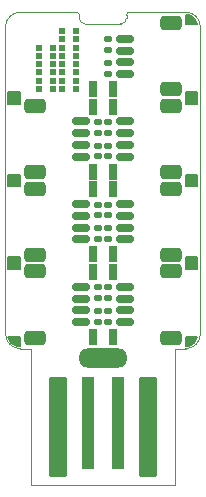
<source format=gbr>
G04 #@! TF.GenerationSoftware,KiCad,Pcbnew,(5.99.0-7706-gdc1c80beb8)*
G04 #@! TF.CreationDate,2020-12-31T15:10:13+03:00*
G04 #@! TF.ProjectId,StickHub,53746963-6b48-4756-922e-6b696361645f,rev?*
G04 #@! TF.SameCoordinates,Original*
G04 #@! TF.FileFunction,Soldermask,Top*
G04 #@! TF.FilePolarity,Negative*
%FSLAX46Y46*%
G04 Gerber Fmt 4.6, Leading zero omitted, Abs format (unit mm)*
G04 Created by KiCad (PCBNEW (5.99.0-7706-gdc1c80beb8)) date 2020-12-31 15:10:13*
%MOMM*%
%LPD*%
G01*
G04 APERTURE LIST*
G04 Aperture macros list*
%AMRoundRect*
0 Rectangle with rounded corners*
0 $1 Rounding radius*
0 $2 $3 $4 $5 $6 $7 $8 $9 X,Y pos of 4 corners*
0 Add a 4 corners polygon primitive as box body*
4,1,4,$2,$3,$4,$5,$6,$7,$8,$9,$2,$3,0*
0 Add four circle primitives for the rounded corners*
1,1,$1+$1,$2,$3,0*
1,1,$1+$1,$4,$5,0*
1,1,$1+$1,$6,$7,0*
1,1,$1+$1,$8,$9,0*
0 Add four rect primitives between the rounded corners*
20,1,$1+$1,$2,$3,$4,$5,0*
20,1,$1+$1,$4,$5,$6,$7,0*
20,1,$1+$1,$6,$7,$8,$9,0*
20,1,$1+$1,$8,$9,$2,$3,0*%
G04 Aperture macros list end*
%ADD10C,0.200000*%
G04 #@! TA.AperFunction,Profile*
%ADD11C,0.100000*%
G04 #@! TD*
%ADD12RoundRect,0.057500X-0.272500X0.172500X-0.272500X-0.172500X0.272500X-0.172500X0.272500X0.172500X0*%
%ADD13RoundRect,0.150000X-0.625000X0.150000X-0.625000X-0.150000X0.625000X-0.150000X0.625000X0.150000X0*%
%ADD14RoundRect,0.250000X-0.650000X0.350000X-0.650000X-0.350000X0.650000X-0.350000X0.650000X0.350000X0*%
%ADD15RoundRect,0.057500X0.272500X-0.172500X0.272500X0.172500X-0.272500X0.172500X-0.272500X-0.172500X0*%
%ADD16RoundRect,0.075000X0.300000X0.575000X-0.300000X0.575000X-0.300000X-0.575000X0.300000X-0.575000X0*%
%ADD17RoundRect,0.070500X-0.214500X-0.164500X0.214500X-0.164500X0.214500X0.164500X-0.214500X0.164500X0*%
%ADD18RoundRect,0.075000X-0.300000X-0.575000X0.300000X-0.575000X0.300000X0.575000X-0.300000X0.575000X0*%
%ADD19RoundRect,0.150000X0.625000X-0.150000X0.625000X0.150000X-0.625000X0.150000X-0.625000X-0.150000X0*%
%ADD20RoundRect,0.250000X0.650000X-0.350000X0.650000X0.350000X-0.650000X0.350000X-0.650000X-0.350000X0*%
%ADD21RoundRect,0.100500X0.649500X-4.149500X0.649500X4.149500X-0.649500X4.149500X-0.649500X-4.149500X0*%
%ADD22RoundRect,0.100100X0.449900X-3.774900X0.449900X3.774900X-0.449900X3.774900X-0.449900X-3.774900X0*%
%ADD23O,4.150000X1.650000*%
G04 APERTURE END LIST*
D10*
X158000000Y-94750000D02*
X157000000Y-94750000D01*
X157000000Y-94750000D02*
X157000000Y-93750000D01*
X157000000Y-93750000D02*
X158000000Y-93750000D01*
X158000000Y-93750000D02*
X158000000Y-94750000D01*
G36*
X158000000Y-94750000D02*
G01*
X157000000Y-94750000D01*
X157000000Y-93750000D01*
X158000000Y-93750000D01*
X158000000Y-94750000D01*
G37*
X158000000Y-94750000D02*
X157000000Y-94750000D01*
X157000000Y-93750000D01*
X158000000Y-93750000D01*
X158000000Y-94750000D01*
X143000000Y-94750000D02*
X142000000Y-94750000D01*
X142000000Y-94750000D02*
X142000000Y-93750000D01*
X142000000Y-93750000D02*
X143000000Y-93750000D01*
X143000000Y-93750000D02*
X143000000Y-94750000D01*
G36*
X143000000Y-94750000D02*
G01*
X142000000Y-94750000D01*
X142000000Y-93750000D01*
X143000000Y-93750000D01*
X143000000Y-94750000D01*
G37*
X143000000Y-94750000D02*
X142000000Y-94750000D01*
X142000000Y-93750000D01*
X143000000Y-93750000D01*
X143000000Y-94750000D01*
X143000000Y-87750000D02*
X142000000Y-87750000D01*
X142000000Y-87750000D02*
X142000000Y-86750000D01*
X142000000Y-86750000D02*
X143000000Y-86750000D01*
X143000000Y-86750000D02*
X143000000Y-87750000D01*
G36*
X143000000Y-87750000D02*
G01*
X142000000Y-87750000D01*
X142000000Y-86750000D01*
X143000000Y-86750000D01*
X143000000Y-87750000D01*
G37*
X143000000Y-87750000D02*
X142000000Y-87750000D01*
X142000000Y-86750000D01*
X143000000Y-86750000D01*
X143000000Y-87750000D01*
X158000000Y-101750000D02*
X157000000Y-101750000D01*
X157000000Y-101750000D02*
X157000000Y-100750000D01*
X157000000Y-100750000D02*
X158000000Y-100750000D01*
X158000000Y-100750000D02*
X158000000Y-101750000D01*
G36*
X158000000Y-101750000D02*
G01*
X157000000Y-101750000D01*
X157000000Y-100750000D01*
X158000000Y-100750000D01*
X158000000Y-101750000D01*
G37*
X158000000Y-101750000D02*
X157000000Y-101750000D01*
X157000000Y-100750000D01*
X158000000Y-100750000D01*
X158000000Y-101750000D01*
X157750000Y-108000000D02*
X157250000Y-108250000D01*
X157250000Y-108250000D02*
X157000000Y-108250000D01*
X157000000Y-108250000D02*
X157000000Y-107500000D01*
X157000000Y-107500000D02*
X158000000Y-107500000D01*
X158000000Y-107500000D02*
X157750000Y-108000000D01*
G36*
X157750000Y-108000000D02*
G01*
X157250000Y-108250000D01*
X157000000Y-108250000D01*
X157000000Y-107500000D01*
X158000000Y-107500000D01*
X157750000Y-108000000D01*
G37*
X157750000Y-108000000D02*
X157250000Y-108250000D01*
X157000000Y-108250000D01*
X157000000Y-107500000D01*
X158000000Y-107500000D01*
X157750000Y-108000000D01*
X143000000Y-108250000D02*
X142750000Y-108250000D01*
X142750000Y-108250000D02*
X142250000Y-108000000D01*
X142250000Y-108000000D02*
X142000000Y-107500000D01*
X142000000Y-107500000D02*
X143000000Y-107500000D01*
X143000000Y-107500000D02*
X143000000Y-108250000D01*
G36*
X143000000Y-108250000D02*
G01*
X142750000Y-108250000D01*
X142250000Y-108000000D01*
X142000000Y-107500000D01*
X143000000Y-107500000D01*
X143000000Y-108250000D01*
G37*
X143000000Y-108250000D02*
X142750000Y-108250000D01*
X142250000Y-108000000D01*
X142000000Y-107500000D01*
X143000000Y-107500000D01*
X143000000Y-108250000D01*
X158000000Y-81000000D02*
X157000000Y-81000000D01*
X157000000Y-81000000D02*
X157000000Y-80250000D01*
X157000000Y-80250000D02*
X157250000Y-80250000D01*
X157250000Y-80250000D02*
X157750000Y-80500000D01*
X157750000Y-80500000D02*
X158000000Y-81000000D01*
G36*
X157750000Y-80500000D02*
G01*
X158000000Y-81000000D01*
X157000000Y-81000000D01*
X157000000Y-80250000D01*
X157250000Y-80250000D01*
X157750000Y-80500000D01*
G37*
X157750000Y-80500000D02*
X158000000Y-81000000D01*
X157000000Y-81000000D01*
X157000000Y-80250000D01*
X157250000Y-80250000D01*
X157750000Y-80500000D01*
X143000000Y-101750000D02*
X142000000Y-101750000D01*
X142000000Y-101750000D02*
X142000000Y-100750000D01*
X142000000Y-100750000D02*
X143000000Y-100750000D01*
X143000000Y-100750000D02*
X143000000Y-101750000D01*
G36*
X143000000Y-101750000D02*
G01*
X142000000Y-101750000D01*
X142000000Y-100750000D01*
X143000000Y-100750000D01*
X143000000Y-101750000D01*
G37*
X143000000Y-101750000D02*
X142000000Y-101750000D01*
X142000000Y-100750000D01*
X143000000Y-100750000D01*
X143000000Y-101750000D01*
X158000000Y-87750000D02*
X157000000Y-87750000D01*
X157000000Y-87750000D02*
X157000000Y-86750000D01*
X157000000Y-86750000D02*
X158000000Y-86750000D01*
X158000000Y-86750000D02*
X158000000Y-87750000D01*
G36*
X158000000Y-87750000D02*
G01*
X157000000Y-87750000D01*
X157000000Y-86750000D01*
X158000000Y-86750000D01*
X158000000Y-87750000D01*
G37*
X158000000Y-87750000D02*
X157000000Y-87750000D01*
X157000000Y-86750000D01*
X158000000Y-86750000D01*
X158000000Y-87750000D01*
D11*
X152250000Y-80000000D02*
X157000000Y-80000000D01*
X148500000Y-81000000D02*
X151500000Y-81000000D01*
X157000000Y-108500000D02*
X156100000Y-108500000D01*
X141750000Y-107250000D02*
X141750000Y-81250000D01*
X156100000Y-120000000D02*
X156100000Y-108500000D01*
X148000000Y-80250000D02*
X148000000Y-80500000D01*
X152000000Y-80250000D02*
G75*
G02*
X152250000Y-80000000I250000J0D01*
G01*
X143900000Y-120000000D02*
X143900000Y-108500000D01*
X141750000Y-81250000D02*
G75*
G02*
X143000000Y-80000000I1250000J0D01*
G01*
X147750000Y-80000000D02*
G75*
G02*
X148000000Y-80250000I0J-250000D01*
G01*
X143000000Y-108500000D02*
G75*
G02*
X141750000Y-107250000I0J1250000D01*
G01*
X143900000Y-120000000D02*
X156100000Y-120000000D01*
X158250000Y-81250000D02*
X158250000Y-107250000D01*
X143000000Y-80000000D02*
X147750000Y-80000000D01*
X158250000Y-107250000D02*
G75*
G02*
X157000000Y-108500000I-1250000J0D01*
G01*
X157000000Y-80000000D02*
G75*
G02*
X158250000Y-81250000I0J-1250000D01*
G01*
X148500000Y-81000000D02*
G75*
G02*
X148000000Y-80500000I0J500000D01*
G01*
X143900000Y-108500000D02*
X143000000Y-108500000D01*
X152000000Y-80500000D02*
G75*
G02*
X151500000Y-81000000I-500000J0D01*
G01*
X152000000Y-80500000D02*
X152000000Y-80250000D01*
D12*
G04 #@! TO.C,D4*
X150400000Y-96300000D03*
X150400000Y-97200000D03*
G04 #@! TD*
D13*
G04 #@! TO.C,J7*
X148150000Y-96250000D03*
X148150000Y-97250000D03*
X148150000Y-98250000D03*
X148150000Y-99250000D03*
D14*
X144275000Y-94950000D03*
X144275000Y-100550000D03*
G04 #@! TD*
D13*
G04 #@! TO.C,J8*
X148150000Y-89250000D03*
X148150000Y-90250000D03*
X148150000Y-91250000D03*
X148150000Y-92250000D03*
D14*
X144275000Y-93550000D03*
X144275000Y-87950000D03*
G04 #@! TD*
D15*
G04 #@! TO.C,D10*
X149600000Y-106200000D03*
X149600000Y-105300000D03*
G04 #@! TD*
D16*
G04 #@! TO.C,C18*
X150825000Y-93500000D03*
X149175000Y-93500000D03*
G04 #@! TD*
G04 #@! TO.C,C16*
X150825000Y-100500000D03*
X149175000Y-100500000D03*
G04 #@! TD*
D17*
G04 #@! TO.C,D15*
X147752792Y-86500000D03*
X146552792Y-86500000D03*
X147752792Y-85800000D03*
X146552792Y-85800000D03*
G04 #@! TD*
D16*
G04 #@! TO.C,C14*
X150825000Y-107500000D03*
X149175000Y-107500000D03*
G04 #@! TD*
D12*
G04 #@! TO.C,D8*
X150400000Y-82300000D03*
X150400000Y-83200000D03*
G04 #@! TD*
G04 #@! TO.C,D9*
X149600000Y-103300000D03*
X149600000Y-104200000D03*
G04 #@! TD*
D17*
G04 #@! TO.C,D16*
X147752792Y-85100000D03*
X146552792Y-85100000D03*
X147752792Y-84400000D03*
X146552792Y-84400000D03*
G04 #@! TD*
D15*
G04 #@! TO.C,D1*
X150400000Y-106200000D03*
X150400000Y-105300000D03*
G04 #@! TD*
G04 #@! TO.C,D5*
X150400000Y-92200000D03*
X150400000Y-91300000D03*
G04 #@! TD*
G04 #@! TO.C,D3*
X150400000Y-99200000D03*
X150400000Y-98300000D03*
G04 #@! TD*
D18*
G04 #@! TO.C,C15*
X149175000Y-102000000D03*
X150825000Y-102000000D03*
G04 #@! TD*
D19*
G04 #@! TO.C,J2*
X151850000Y-106250000D03*
X151850000Y-105250000D03*
X151850000Y-104250000D03*
X151850000Y-103250000D03*
D20*
X155725000Y-101950000D03*
X155725000Y-107550000D03*
G04 #@! TD*
D17*
G04 #@! TO.C,D19*
X145752792Y-86500000D03*
X144552792Y-86500000D03*
X145752792Y-85800000D03*
X144552792Y-85800000D03*
G04 #@! TD*
D19*
G04 #@! TO.C,J5*
X151850000Y-85250000D03*
X151850000Y-84250000D03*
X151850000Y-83250000D03*
X151850000Y-82250000D03*
D20*
X155725000Y-86550000D03*
X155725000Y-80950000D03*
G04 #@! TD*
D16*
G04 #@! TO.C,C20*
X150825000Y-86500000D03*
X149175000Y-86500000D03*
G04 #@! TD*
D17*
G04 #@! TO.C,D20*
X145752792Y-85100000D03*
X144552792Y-85100000D03*
X145752792Y-84400000D03*
X144552792Y-84400000D03*
G04 #@! TD*
D12*
G04 #@! TO.C,D6*
X150400000Y-89300000D03*
X150400000Y-90200000D03*
G04 #@! TD*
D21*
G04 #@! TO.C,J1*
X153810000Y-115150000D03*
D22*
X151270000Y-114775000D03*
X148730000Y-114775000D03*
D21*
X146190000Y-115150000D03*
G04 #@! TD*
D18*
G04 #@! TO.C,C17*
X149175000Y-94950000D03*
X150825000Y-94950000D03*
G04 #@! TD*
D15*
G04 #@! TO.C,D7*
X150400000Y-85200000D03*
X150400000Y-84300000D03*
G04 #@! TD*
G04 #@! TO.C,D14*
X149600000Y-92200000D03*
X149600000Y-91300000D03*
G04 #@! TD*
D17*
G04 #@! TO.C,D21*
X145752792Y-83700000D03*
X144552792Y-83700000D03*
X145752792Y-83000000D03*
X144552792Y-83000000D03*
G04 #@! TD*
D19*
G04 #@! TO.C,J4*
X151850000Y-92250000D03*
X151850000Y-91250000D03*
X151850000Y-90250000D03*
X151850000Y-89250000D03*
D20*
X155725000Y-87950000D03*
X155725000Y-93550000D03*
G04 #@! TD*
D12*
G04 #@! TO.C,D11*
X149600000Y-96300000D03*
X149600000Y-97200000D03*
G04 #@! TD*
D13*
G04 #@! TO.C,J6*
X148150000Y-103250000D03*
X148150000Y-104250000D03*
X148150000Y-105250000D03*
X148150000Y-106250000D03*
D14*
X144275000Y-101950000D03*
X144275000Y-107550000D03*
G04 #@! TD*
D18*
G04 #@! TO.C,C19*
X149175000Y-88000000D03*
X150825000Y-88000000D03*
G04 #@! TD*
D17*
G04 #@! TO.C,D17*
X147752792Y-83700000D03*
X146552792Y-83700000D03*
X147752792Y-83000000D03*
X146552792Y-83000000D03*
G04 #@! TD*
G04 #@! TO.C,D18*
X147752792Y-82300000D03*
X146552792Y-82300000D03*
X147752792Y-81600000D03*
X146552792Y-81600000D03*
G04 #@! TD*
D12*
G04 #@! TO.C,D2*
X150400000Y-103300000D03*
X150400000Y-104200000D03*
G04 #@! TD*
D15*
G04 #@! TO.C,D12*
X149600000Y-99200000D03*
X149600000Y-98300000D03*
G04 #@! TD*
D23*
G04 #@! TO.C,H1*
X150000000Y-109250000D03*
G04 #@! TD*
D19*
G04 #@! TO.C,J3*
X151850000Y-99250000D03*
X151850000Y-98250000D03*
X151850000Y-97250000D03*
X151850000Y-96250000D03*
D20*
X155725000Y-94950000D03*
X155725000Y-100550000D03*
G04 #@! TD*
D12*
G04 #@! TO.C,D13*
X149600000Y-89300000D03*
X149600000Y-90200000D03*
G04 #@! TD*
M02*

</source>
